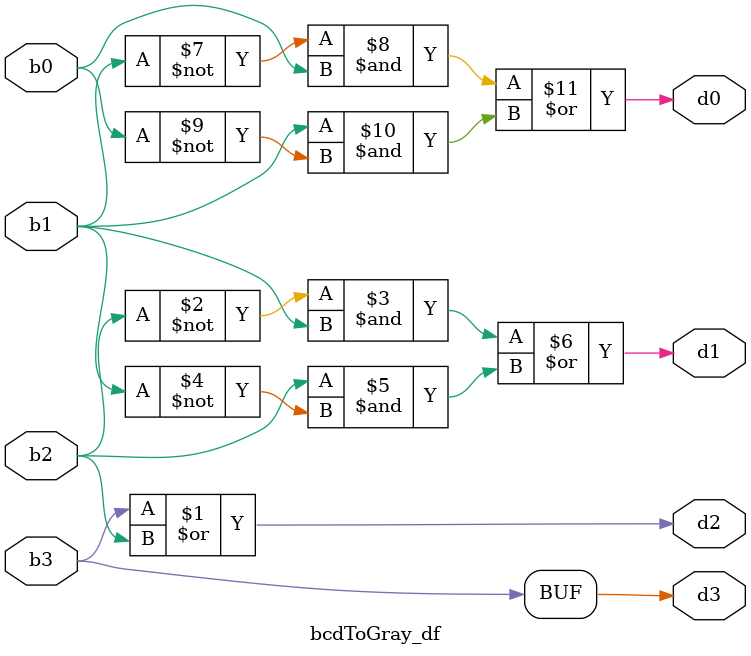
<source format=v>
module bcdToGray_gate(b3,b2,b1,b0,d3,d2,d1,d0);
    input b3,b2,b1,b0;
    output d3,d2,d1,d0;
    wire nb3, nb2, nb1, nb0, w1, w2, w3, w4;
    not n1(nb3,b3);
    not n2(nb2,b2);
    not n3(nb1,b1);
    not n4(nb0,b0);
    and a1(w1, nb2, b1);
    and a2(w2, b2, nb1);
    and a3(w3, nb1, b0);
    and a4(w4, b1, nb0);
    
    or o1(d3,b3,b3);
    or o2(d2,b3,b2);
    or o3(d1, w1, w2);
    or o4(d0, w3, w4);
endmodule

module bcdToGray_df(b3,b2,b1,b0,d3,d2,d1,d0);
    input b3,b2,b1,b0;
    output d3,d2,d1,d0;
    assign d3=b3, d2=b3|b2, d1=(~b2&b1)|(b2&~b1), d0=(~b1&b0)|(b1&~b0);
endmodule

// module testbench;
//     reg b3,b2,b1,b0;
//     wire d3,d2,d1,d0;
//     bcdToGray_df bcd (b3,b2,b1,b0,d3,d2,d1,d0);
//     initial
//         begin
//             $monitor(,$time," b3 b2 b1 b0 = %b %b %b %b, d3 d2 d1 d0 = %b %b %b %b", b3,b2,b1,b0,d3,d2,d1,d0);
//             #0 b3=1'b0; b2=1'b0; b1=1'b0; b0=1'b0;
//             #5 b3=1'b0; b2=1'b0; b1=1'b0; b0=1'b1;
//             #5 b3=1'b0; b2=1'b0; b1=1'b1; b0=1'b0;
//             #5 b3=1'b0; b2=1'b0; b1=1'b1; b0=1'b1;
//             #5 b3=1'b0; b2=1'b1; b1=1'b0; b0=1'b0;
//             #5 b3=1'b0; b2=1'b1; b1=1'b0; b0=1'b1;
//             #5 b3=1'b0; b2=1'b1; b1=1'b1; b0=1'b0;
//             #5 b3=1'b0; b2=1'b1; b1=1'b1; b0=1'b1;
//             #5 b3=1'b1; b2=1'b0; b1=1'b0; b0=1'b0;
//             #5 b3=1'b1; b2=1'b0; b1=1'b0; b0=1'b1;
//             #100 $finish;
//         end
// endmodule
</source>
